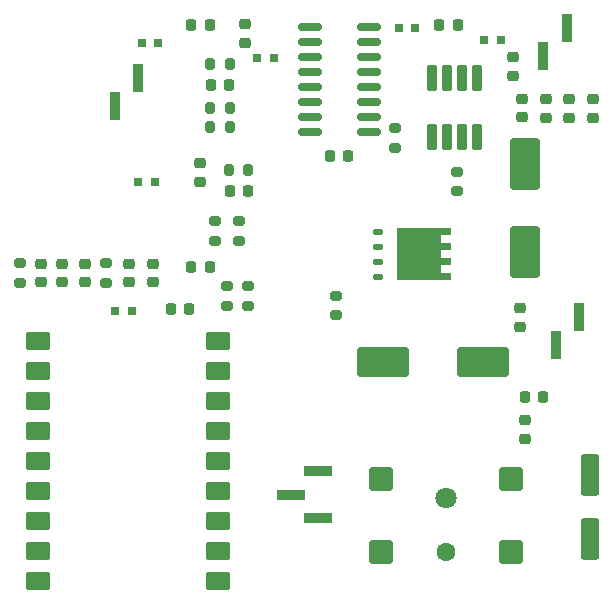
<source format=gbr>
%TF.GenerationSoftware,KiCad,Pcbnew,8.0.1*%
%TF.CreationDate,2025-01-14T19:30:57+01:00*%
%TF.ProjectId,plant caretaker,706c616e-7420-4636-9172-6574616b6572,rev?*%
%TF.SameCoordinates,Original*%
%TF.FileFunction,Soldermask,Top*%
%TF.FilePolarity,Negative*%
%FSLAX46Y46*%
G04 Gerber Fmt 4.6, Leading zero omitted, Abs format (unit mm)*
G04 Created by KiCad (PCBNEW 8.0.1) date 2025-01-14 19:30:57*
%MOMM*%
%LPD*%
G01*
G04 APERTURE LIST*
G04 Aperture macros list*
%AMRoundRect*
0 Rectangle with rounded corners*
0 $1 Rounding radius*
0 $2 $3 $4 $5 $6 $7 $8 $9 X,Y pos of 4 corners*
0 Add a 4 corners polygon primitive as box body*
4,1,4,$2,$3,$4,$5,$6,$7,$8,$9,$2,$3,0*
0 Add four circle primitives for the rounded corners*
1,1,$1+$1,$2,$3*
1,1,$1+$1,$4,$5*
1,1,$1+$1,$6,$7*
1,1,$1+$1,$8,$9*
0 Add four rect primitives between the rounded corners*
20,1,$1+$1,$2,$3,$4,$5,0*
20,1,$1+$1,$4,$5,$6,$7,0*
20,1,$1+$1,$6,$7,$8,$9,0*
20,1,$1+$1,$8,$9,$2,$3,0*%
%AMFreePoly0*
4,1,17,2.675000,1.605000,1.875000,1.605000,1.875000,0.935000,2.675000,0.935000,2.675000,0.335000,1.875000,0.335000,1.875000,-0.335000,2.675000,-0.335000,2.675000,-0.935000,1.875000,-0.935000,1.875000,-1.605000,2.675000,-1.605000,2.675000,-2.205000,-1.875000,-2.205000,-1.875000,2.205000,2.675000,2.205000,2.675000,1.605000,2.675000,1.605000,$1*%
G04 Aperture macros list end*
%ADD10RoundRect,0.225000X0.225000X0.250000X-0.225000X0.250000X-0.225000X-0.250000X0.225000X-0.250000X0*%
%ADD11RoundRect,0.218750X-0.218750X-0.256250X0.218750X-0.256250X0.218750X0.256250X-0.218750X0.256250X0*%
%ADD12R,0.700000X0.700000*%
%ADD13RoundRect,0.200000X0.275000X-0.200000X0.275000X0.200000X-0.275000X0.200000X-0.275000X-0.200000X0*%
%ADD14RoundRect,0.225000X-0.225000X-0.250000X0.225000X-0.250000X0.225000X0.250000X-0.225000X0.250000X0*%
%ADD15RoundRect,0.200000X-0.275000X0.200000X-0.275000X-0.200000X0.275000X-0.200000X0.275000X0.200000X0*%
%ADD16RoundRect,0.225000X0.250000X-0.225000X0.250000X0.225000X-0.250000X0.225000X-0.250000X-0.225000X0*%
%ADD17RoundRect,0.100500X0.301500X-0.986500X0.301500X0.986500X-0.301500X0.986500X-0.301500X-0.986500X0*%
%ADD18FreePoly0,0.000000*%
%ADD19RoundRect,0.125000X-0.300000X-0.125000X0.300000X-0.125000X0.300000X0.125000X-0.300000X0.125000X0*%
%ADD20RoundRect,0.200000X0.200000X0.275000X-0.200000X0.275000X-0.200000X-0.275000X0.200000X-0.275000X0*%
%ADD21RoundRect,0.150000X-0.850000X-0.150000X0.850000X-0.150000X0.850000X0.150000X-0.850000X0.150000X0*%
%ADD22R,0.850000X2.350000*%
%ADD23R,2.350000X0.850000*%
%ADD24RoundRect,0.225000X-0.250000X0.225000X-0.250000X-0.225000X0.250000X-0.225000X0.250000X0.225000X0*%
%ADD25RoundRect,0.250000X-0.550000X1.500000X-0.550000X-1.500000X0.550000X-1.500000X0.550000X1.500000X0*%
%ADD26RoundRect,0.218750X0.256250X-0.218750X0.256250X0.218750X-0.256250X0.218750X-0.256250X-0.218750X0*%
%ADD27C,1.800000*%
%ADD28C,1.600000*%
%ADD29RoundRect,0.250000X-0.750000X-0.750000X0.750000X-0.750000X0.750000X0.750000X-0.750000X0.750000X0*%
%ADD30RoundRect,0.200000X0.800000X0.600000X-0.800000X0.600000X-0.800000X-0.600000X0.800000X-0.600000X0*%
%ADD31RoundRect,0.250000X-1.950000X-1.000000X1.950000X-1.000000X1.950000X1.000000X-1.950000X1.000000X0*%
%ADD32RoundRect,0.200000X-0.200000X-0.275000X0.200000X-0.275000X0.200000X0.275000X-0.200000X0.275000X0*%
%ADD33RoundRect,0.250000X1.000000X-1.950000X1.000000X1.950000X-1.000000X1.950000X-1.000000X-1.950000X0*%
G04 APERTURE END LIST*
D10*
%TO.C,C12*%
X144775000Y-84990000D03*
X143225000Y-84990000D03*
%TD*%
D11*
%TO.C,D1*%
X159712500Y-105375000D03*
X161287500Y-105375000D03*
%TD*%
D12*
%TO.C,FB5*%
X138450000Y-76625000D03*
X137050000Y-76625000D03*
%TD*%
D13*
%TO.C,R4*%
X117000000Y-95700000D03*
X117000000Y-94050000D03*
%TD*%
D12*
%TO.C,FB2*%
X125050000Y-98125000D03*
X126450000Y-98125000D03*
%TD*%
%TO.C,FB6*%
X150450000Y-74125000D03*
X149050000Y-74125000D03*
%TD*%
D14*
%TO.C,C16*%
X134725000Y-87925000D03*
X136275000Y-87925000D03*
%TD*%
D10*
%TO.C,C15*%
X134700000Y-78912500D03*
X133150000Y-78912500D03*
%TD*%
D14*
%TO.C,C8*%
X131475000Y-73855000D03*
X133025000Y-73855000D03*
%TD*%
D15*
%TO.C,R11*%
X124250000Y-94025000D03*
X124250000Y-95675000D03*
%TD*%
D16*
%TO.C,C11*%
X163500000Y-81725000D03*
X163500000Y-80175000D03*
%TD*%
D13*
%TO.C,R3*%
X134500000Y-97625000D03*
X134500000Y-95975000D03*
%TD*%
D17*
%TO.C,U2*%
X151845000Y-83315000D03*
X153115000Y-83315000D03*
X154385000Y-83315000D03*
X155655000Y-83315000D03*
X155655000Y-78375000D03*
X154385000Y-78375000D03*
X153115000Y-78375000D03*
X151845000Y-78375000D03*
%TD*%
D13*
%TO.C,R2*%
X136250000Y-97625000D03*
X136250000Y-95975000D03*
%TD*%
D18*
%TO.C,Q1*%
X150800000Y-93260000D03*
D19*
X147250000Y-91355000D03*
X147250000Y-92625000D03*
X147250000Y-93895000D03*
X147250000Y-95165000D03*
%TD*%
D20*
%TO.C,R5*%
X136325000Y-86125000D03*
X134675000Y-86125000D03*
%TD*%
D16*
%TO.C,C5*%
X122500000Y-95625000D03*
X122500000Y-94075000D03*
%TD*%
%TO.C,C3*%
X159500000Y-81675000D03*
X159500000Y-80125000D03*
%TD*%
D21*
%TO.C,U5*%
X141500000Y-74045000D03*
X141500000Y-75315000D03*
X141500000Y-76585000D03*
X141500000Y-77855000D03*
X141500000Y-79125000D03*
X141500000Y-80395000D03*
X141500000Y-81665000D03*
X141500000Y-82935000D03*
X146500000Y-82935000D03*
X146500000Y-81665000D03*
X146500000Y-80395000D03*
X146500000Y-79125000D03*
X146500000Y-77855000D03*
X146500000Y-76585000D03*
X146500000Y-75315000D03*
X146500000Y-74045000D03*
%TD*%
D16*
%TO.C,C19*%
X126250000Y-95625000D03*
X126250000Y-94075000D03*
%TD*%
%TO.C,C20*%
X128250000Y-95625000D03*
X128250000Y-94075000D03*
%TD*%
%TO.C,C14*%
X165500000Y-81725000D03*
X165500000Y-80175000D03*
%TD*%
D22*
%TO.C,LS2*%
X161300000Y-76500000D03*
X163300000Y-74150000D03*
%TD*%
D15*
%TO.C,R13*%
X135500000Y-90475000D03*
X135500000Y-92125000D03*
%TD*%
D23*
%TO.C,J4*%
X142250000Y-115625000D03*
X139900000Y-113625000D03*
X142250000Y-111625000D03*
%TD*%
D24*
%TO.C,C22*%
X132250000Y-85575000D03*
X132250000Y-87125000D03*
%TD*%
D12*
%TO.C,FB3*%
X128700000Y-75375000D03*
X127300000Y-75375000D03*
%TD*%
D25*
%TO.C,C2*%
X165250000Y-111975000D03*
X165250000Y-117375000D03*
%TD*%
D26*
%TO.C,D3*%
X159325000Y-99412500D03*
X159325000Y-97837500D03*
%TD*%
D16*
%TO.C,C6*%
X118750000Y-95650000D03*
X118750000Y-94100000D03*
%TD*%
D13*
%TO.C,R1*%
X154000000Y-87950000D03*
X154000000Y-86300000D03*
%TD*%
D27*
%TO.C,J5*%
X153025000Y-113950000D03*
D28*
X153025000Y-118450000D03*
D29*
X147525000Y-112300000D03*
X147525000Y-118450000D03*
X158525000Y-118450000D03*
X158525000Y-112300000D03*
%TD*%
D12*
%TO.C,FB1*%
X128400000Y-87125000D03*
X127000000Y-87125000D03*
%TD*%
D26*
%TO.C,L1*%
X159750000Y-108912500D03*
X159750000Y-107337500D03*
%TD*%
D30*
%TO.C,U6*%
X133750000Y-120955000D03*
X133750000Y-118415000D03*
X133750000Y-115875000D03*
X133750000Y-113335000D03*
X133750000Y-110795000D03*
X133750000Y-108255000D03*
X133750000Y-105715000D03*
X133750000Y-103175000D03*
X133750000Y-100635000D03*
X118510000Y-100635000D03*
X118510000Y-103175000D03*
X118510000Y-105715000D03*
X118510000Y-108255000D03*
X118510000Y-110795000D03*
X118510000Y-113335000D03*
X118510000Y-115875000D03*
X118510000Y-118415000D03*
X118510000Y-120955000D03*
%TD*%
D22*
%TO.C,LS1*%
X125000000Y-80725000D03*
X127000000Y-78375000D03*
%TD*%
D16*
%TO.C,C17*%
X161500000Y-81725000D03*
X161500000Y-80175000D03*
%TD*%
D14*
%TO.C,C26*%
X152475000Y-73875000D03*
X154025000Y-73875000D03*
%TD*%
D13*
%TO.C,R7*%
X148750000Y-84260000D03*
X148750000Y-82610000D03*
%TD*%
D31*
%TO.C,C1*%
X147750000Y-102375000D03*
X156150000Y-102375000D03*
%TD*%
D32*
%TO.C,R14*%
X133075000Y-82525000D03*
X134725000Y-82525000D03*
%TD*%
%TO.C,R8*%
X133100000Y-77162500D03*
X134750000Y-77162500D03*
%TD*%
D22*
%TO.C,J3*%
X162325000Y-100925000D03*
X164325000Y-98575000D03*
%TD*%
D16*
%TO.C,C7*%
X120500000Y-95650000D03*
X120500000Y-94100000D03*
%TD*%
D13*
%TO.C,R15*%
X133500000Y-92125000D03*
X133500000Y-90475000D03*
%TD*%
D33*
%TO.C,C13*%
X159750000Y-93075000D03*
X159750000Y-85675000D03*
%TD*%
D16*
%TO.C,C25*%
X136000000Y-75375000D03*
X136000000Y-73825000D03*
%TD*%
D32*
%TO.C,R16*%
X133075000Y-80912500D03*
X134725000Y-80912500D03*
%TD*%
D24*
%TO.C,C9*%
X158750000Y-76600000D03*
X158750000Y-78150000D03*
%TD*%
D12*
%TO.C,FB4*%
X156300000Y-75125000D03*
X157700000Y-75125000D03*
%TD*%
D10*
%TO.C,C18*%
X131275000Y-97875000D03*
X129725000Y-97875000D03*
%TD*%
D14*
%TO.C,C21*%
X131475000Y-94375000D03*
X133025000Y-94375000D03*
%TD*%
D13*
%TO.C,R17*%
X143750000Y-98450000D03*
X143750000Y-96800000D03*
%TD*%
M02*

</source>
